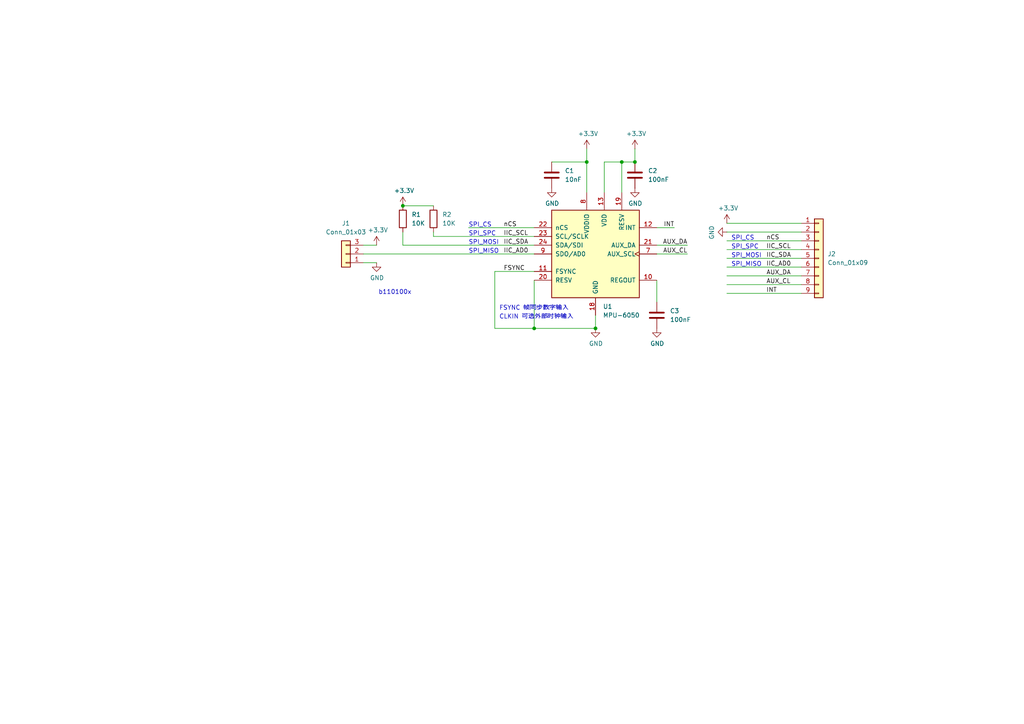
<source format=kicad_sch>
(kicad_sch
	(version 20250114)
	(generator "eeschema")
	(generator_version "9.0")
	(uuid "2df63883-4c1b-42e6-b3e7-ae745b4f00b6")
	(paper "A4")
	(lib_symbols
		(symbol "Connector_Generic:Conn_01x03"
			(pin_names
				(offset 1.016)
				(hide yes)
			)
			(exclude_from_sim no)
			(in_bom yes)
			(on_board yes)
			(property "Reference" "J"
				(at 0 5.08 0)
				(effects
					(font
						(size 1.27 1.27)
					)
				)
			)
			(property "Value" "Conn_01x03"
				(at 0 -5.08 0)
				(effects
					(font
						(size 1.27 1.27)
					)
				)
			)
			(property "Footprint" ""
				(at 0 0 0)
				(effects
					(font
						(size 1.27 1.27)
					)
					(hide yes)
				)
			)
			(property "Datasheet" "~"
				(at 0 0 0)
				(effects
					(font
						(size 1.27 1.27)
					)
					(hide yes)
				)
			)
			(property "Description" "Generic connector, single row, 01x03, script generated (kicad-library-utils/schlib/autogen/connector/)"
				(at 0 0 0)
				(effects
					(font
						(size 1.27 1.27)
					)
					(hide yes)
				)
			)
			(property "ki_keywords" "connector"
				(at 0 0 0)
				(effects
					(font
						(size 1.27 1.27)
					)
					(hide yes)
				)
			)
			(property "ki_fp_filters" "Connector*:*_1x??_*"
				(at 0 0 0)
				(effects
					(font
						(size 1.27 1.27)
					)
					(hide yes)
				)
			)
			(symbol "Conn_01x03_1_1"
				(rectangle
					(start -1.27 3.81)
					(end 1.27 -3.81)
					(stroke
						(width 0.254)
						(type default)
					)
					(fill
						(type background)
					)
				)
				(rectangle
					(start -1.27 2.667)
					(end 0 2.413)
					(stroke
						(width 0.1524)
						(type default)
					)
					(fill
						(type none)
					)
				)
				(rectangle
					(start -1.27 0.127)
					(end 0 -0.127)
					(stroke
						(width 0.1524)
						(type default)
					)
					(fill
						(type none)
					)
				)
				(rectangle
					(start -1.27 -2.413)
					(end 0 -2.667)
					(stroke
						(width 0.1524)
						(type default)
					)
					(fill
						(type none)
					)
				)
				(pin passive line
					(at -5.08 2.54 0)
					(length 3.81)
					(name "Pin_1"
						(effects
							(font
								(size 1.27 1.27)
							)
						)
					)
					(number "1"
						(effects
							(font
								(size 1.27 1.27)
							)
						)
					)
				)
				(pin passive line
					(at -5.08 0 0)
					(length 3.81)
					(name "Pin_2"
						(effects
							(font
								(size 1.27 1.27)
							)
						)
					)
					(number "2"
						(effects
							(font
								(size 1.27 1.27)
							)
						)
					)
				)
				(pin passive line
					(at -5.08 -2.54 0)
					(length 3.81)
					(name "Pin_3"
						(effects
							(font
								(size 1.27 1.27)
							)
						)
					)
					(number "3"
						(effects
							(font
								(size 1.27 1.27)
							)
						)
					)
				)
			)
			(embedded_fonts no)
		)
		(symbol "Connector_Generic:Conn_01x09"
			(pin_names
				(offset 1.016)
				(hide yes)
			)
			(exclude_from_sim no)
			(in_bom yes)
			(on_board yes)
			(property "Reference" "J"
				(at 0 12.7 0)
				(effects
					(font
						(size 1.27 1.27)
					)
				)
			)
			(property "Value" "Conn_01x09"
				(at 0 -12.7 0)
				(effects
					(font
						(size 1.27 1.27)
					)
				)
			)
			(property "Footprint" ""
				(at 0 0 0)
				(effects
					(font
						(size 1.27 1.27)
					)
					(hide yes)
				)
			)
			(property "Datasheet" "~"
				(at 0 0 0)
				(effects
					(font
						(size 1.27 1.27)
					)
					(hide yes)
				)
			)
			(property "Description" "Generic connector, single row, 01x09, script generated (kicad-library-utils/schlib/autogen/connector/)"
				(at 0 0 0)
				(effects
					(font
						(size 1.27 1.27)
					)
					(hide yes)
				)
			)
			(property "ki_keywords" "connector"
				(at 0 0 0)
				(effects
					(font
						(size 1.27 1.27)
					)
					(hide yes)
				)
			)
			(property "ki_fp_filters" "Connector*:*_1x??_*"
				(at 0 0 0)
				(effects
					(font
						(size 1.27 1.27)
					)
					(hide yes)
				)
			)
			(symbol "Conn_01x09_1_1"
				(rectangle
					(start -1.27 11.43)
					(end 1.27 -11.43)
					(stroke
						(width 0.254)
						(type default)
					)
					(fill
						(type background)
					)
				)
				(rectangle
					(start -1.27 10.287)
					(end 0 10.033)
					(stroke
						(width 0.1524)
						(type default)
					)
					(fill
						(type none)
					)
				)
				(rectangle
					(start -1.27 7.747)
					(end 0 7.493)
					(stroke
						(width 0.1524)
						(type default)
					)
					(fill
						(type none)
					)
				)
				(rectangle
					(start -1.27 5.207)
					(end 0 4.953)
					(stroke
						(width 0.1524)
						(type default)
					)
					(fill
						(type none)
					)
				)
				(rectangle
					(start -1.27 2.667)
					(end 0 2.413)
					(stroke
						(width 0.1524)
						(type default)
					)
					(fill
						(type none)
					)
				)
				(rectangle
					(start -1.27 0.127)
					(end 0 -0.127)
					(stroke
						(width 0.1524)
						(type default)
					)
					(fill
						(type none)
					)
				)
				(rectangle
					(start -1.27 -2.413)
					(end 0 -2.667)
					(stroke
						(width 0.1524)
						(type default)
					)
					(fill
						(type none)
					)
				)
				(rectangle
					(start -1.27 -4.953)
					(end 0 -5.207)
					(stroke
						(width 0.1524)
						(type default)
					)
					(fill
						(type none)
					)
				)
				(rectangle
					(start -1.27 -7.493)
					(end 0 -7.747)
					(stroke
						(width 0.1524)
						(type default)
					)
					(fill
						(type none)
					)
				)
				(rectangle
					(start -1.27 -10.033)
					(end 0 -10.287)
					(stroke
						(width 0.1524)
						(type default)
					)
					(fill
						(type none)
					)
				)
				(pin passive line
					(at -5.08 10.16 0)
					(length 3.81)
					(name "Pin_1"
						(effects
							(font
								(size 1.27 1.27)
							)
						)
					)
					(number "1"
						(effects
							(font
								(size 1.27 1.27)
							)
						)
					)
				)
				(pin passive line
					(at -5.08 7.62 0)
					(length 3.81)
					(name "Pin_2"
						(effects
							(font
								(size 1.27 1.27)
							)
						)
					)
					(number "2"
						(effects
							(font
								(size 1.27 1.27)
							)
						)
					)
				)
				(pin passive line
					(at -5.08 5.08 0)
					(length 3.81)
					(name "Pin_3"
						(effects
							(font
								(size 1.27 1.27)
							)
						)
					)
					(number "3"
						(effects
							(font
								(size 1.27 1.27)
							)
						)
					)
				)
				(pin passive line
					(at -5.08 2.54 0)
					(length 3.81)
					(name "Pin_4"
						(effects
							(font
								(size 1.27 1.27)
							)
						)
					)
					(number "4"
						(effects
							(font
								(size 1.27 1.27)
							)
						)
					)
				)
				(pin passive line
					(at -5.08 0 0)
					(length 3.81)
					(name "Pin_5"
						(effects
							(font
								(size 1.27 1.27)
							)
						)
					)
					(number "5"
						(effects
							(font
								(size 1.27 1.27)
							)
						)
					)
				)
				(pin passive line
					(at -5.08 -2.54 0)
					(length 3.81)
					(name "Pin_6"
						(effects
							(font
								(size 1.27 1.27)
							)
						)
					)
					(number "6"
						(effects
							(font
								(size 1.27 1.27)
							)
						)
					)
				)
				(pin passive line
					(at -5.08 -5.08 0)
					(length 3.81)
					(name "Pin_7"
						(effects
							(font
								(size 1.27 1.27)
							)
						)
					)
					(number "7"
						(effects
							(font
								(size 1.27 1.27)
							)
						)
					)
				)
				(pin passive line
					(at -5.08 -7.62 0)
					(length 3.81)
					(name "Pin_8"
						(effects
							(font
								(size 1.27 1.27)
							)
						)
					)
					(number "8"
						(effects
							(font
								(size 1.27 1.27)
							)
						)
					)
				)
				(pin passive line
					(at -5.08 -10.16 0)
					(length 3.81)
					(name "Pin_9"
						(effects
							(font
								(size 1.27 1.27)
							)
						)
					)
					(number "9"
						(effects
							(font
								(size 1.27 1.27)
							)
						)
					)
				)
			)
			(embedded_fonts no)
		)
		(symbol "Library:MPU-6500"
			(pin_names
				(offset 1.016)
			)
			(exclude_from_sim no)
			(in_bom yes)
			(on_board yes)
			(property "Reference" "U"
				(at -11.43 13.97 0)
				(effects
					(font
						(size 1.27 1.27)
					)
				)
			)
			(property "Value" "MPU-6050"
				(at 7.62 -13.97 0)
				(effects
					(font
						(size 1.27 1.27)
					)
				)
			)
			(property "Footprint" "Package_DFN_QFN:QFN-24-1EP_3x3mm_P0.4mm_EP1.75x1.6mm"
				(at 0 -20.32 0)
				(effects
					(font
						(size 1.27 1.27)
					)
					(hide yes)
				)
			)
			(property "Datasheet" "https://www.jlc-smt.com/lcsc/detail?componentCode=C24112"
				(at 0 -3.81 0)
				(effects
					(font
						(size 1.27 1.27)
					)
					(hide yes)
				)
			)
			(property "Description" "姿态传感器/陀螺仪"
				(at 0 0 0)
				(effects
					(font
						(size 1.27 1.27)
					)
					(hide yes)
				)
			)
			(property "ki_fp_filters" "QFN-24*4x4mm_Pitch0.5mm*"
				(at 0 0 0)
				(effects
					(font
						(size 1.27 1.27)
					)
					(hide yes)
				)
			)
			(symbol "MPU-6500_0_1"
				(rectangle
					(start -12.7 12.7)
					(end 12.7 -12.7)
					(stroke
						(width 0.254)
						(type solid)
					)
					(fill
						(type background)
					)
				)
			)
			(symbol "MPU-6500_1_1"
				(pin passive line
					(at -17.78 7.62 0)
					(length 5.08)
					(name "nCS"
						(effects
							(font
								(size 1.27 1.27)
							)
						)
					)
					(number "22"
						(effects
							(font
								(size 1.27 1.27)
							)
						)
					)
				)
				(pin input line
					(at -17.78 5.08 0)
					(length 5.08)
					(name "SCL/SCLK"
						(effects
							(font
								(size 1.27 1.27)
							)
						)
					)
					(number "23"
						(effects
							(font
								(size 1.27 1.27)
							)
						)
					)
				)
				(pin bidirectional line
					(at -17.78 2.54 0)
					(length 5.08)
					(name "SDA/SDI"
						(effects
							(font
								(size 1.27 1.27)
							)
						)
					)
					(number "24"
						(effects
							(font
								(size 1.27 1.27)
							)
						)
					)
				)
				(pin input line
					(at -17.78 0 0)
					(length 5.08)
					(name "SDO/AD0"
						(effects
							(font
								(size 1.27 1.27)
							)
						)
					)
					(number "9"
						(effects
							(font
								(size 1.27 1.27)
							)
						)
					)
				)
				(pin input line
					(at -17.78 -5.08 0)
					(length 5.08)
					(name "FSYNC"
						(effects
							(font
								(size 1.27 1.27)
							)
						)
					)
					(number "11"
						(effects
							(font
								(size 1.27 1.27)
							)
						)
					)
				)
				(pin passive line
					(at -17.78 -7.62 0)
					(length 5.08)
					(name "RESV"
						(effects
							(font
								(size 1.27 1.27)
							)
						)
					)
					(number "20"
						(effects
							(font
								(size 1.27 1.27)
							)
						)
					)
				)
				(pin passive line
					(at -2.54 17.78 270)
					(length 5.08)
					(name "VDDIO"
						(effects
							(font
								(size 1.27 1.27)
							)
						)
					)
					(number "8"
						(effects
							(font
								(size 1.27 1.27)
							)
						)
					)
				)
				(pin power_in line
					(at 0 -17.78 90)
					(length 5.08)
					(name "GND"
						(effects
							(font
								(size 1.27 1.27)
							)
						)
					)
					(number "18"
						(effects
							(font
								(size 1.27 1.27)
							)
						)
					)
				)
				(pin power_in line
					(at 0 -17.78 90)
					(length 5.08)
					(hide yes)
					(name "GND"
						(effects
							(font
								(size 1.27 1.27)
							)
						)
					)
					(number "25"
						(effects
							(font
								(size 1.27 1.27)
							)
						)
					)
				)
				(pin power_in line
					(at 2.54 17.78 270)
					(length 5.08)
					(name "VDD"
						(effects
							(font
								(size 1.27 1.27)
							)
						)
					)
					(number "13"
						(effects
							(font
								(size 1.27 1.27)
							)
						)
					)
				)
				(pin no_connect line
					(at 2.54 -5.08 0)
					(length 5.08)
					(hide yes)
					(name "NC"
						(effects
							(font
								(size 1.27 1.27)
							)
						)
					)
					(number "1"
						(effects
							(font
								(size 1.27 1.27)
							)
						)
					)
				)
				(pin no_connect line
					(at 2.54 -5.08 0)
					(length 5.08)
					(hide yes)
					(name "NC"
						(effects
							(font
								(size 1.27 1.27)
							)
						)
					)
					(number "14"
						(effects
							(font
								(size 1.27 1.27)
							)
						)
					)
				)
				(pin no_connect line
					(at 2.54 -5.08 0)
					(length 5.08)
					(hide yes)
					(name "NC"
						(effects
							(font
								(size 1.27 1.27)
							)
						)
					)
					(number "15"
						(effects
							(font
								(size 1.27 1.27)
							)
						)
					)
				)
				(pin no_connect line
					(at 2.54 -5.08 0)
					(length 5.08)
					(hide yes)
					(name "NC"
						(effects
							(font
								(size 1.27 1.27)
							)
						)
					)
					(number "16"
						(effects
							(font
								(size 1.27 1.27)
							)
						)
					)
				)
				(pin no_connect line
					(at 2.54 -5.08 0)
					(length 5.08)
					(hide yes)
					(name "NC"
						(effects
							(font
								(size 1.27 1.27)
							)
						)
					)
					(number "17"
						(effects
							(font
								(size 1.27 1.27)
							)
						)
					)
				)
				(pin no_connect line
					(at 2.54 -5.08 0)
					(length 5.08)
					(hide yes)
					(name "NC"
						(effects
							(font
								(size 1.27 1.27)
							)
						)
					)
					(number "2"
						(effects
							(font
								(size 1.27 1.27)
							)
						)
					)
				)
				(pin no_connect line
					(at 2.54 -5.08 0)
					(length 5.08)
					(hide yes)
					(name "NC"
						(effects
							(font
								(size 1.27 1.27)
							)
						)
					)
					(number "3"
						(effects
							(font
								(size 1.27 1.27)
							)
						)
					)
				)
				(pin no_connect line
					(at 2.54 -5.08 0)
					(length 5.08)
					(hide yes)
					(name "NC"
						(effects
							(font
								(size 1.27 1.27)
							)
						)
					)
					(number "4"
						(effects
							(font
								(size 1.27 1.27)
							)
						)
					)
				)
				(pin no_connect line
					(at 2.54 -5.08 0)
					(length 5.08)
					(hide yes)
					(name "NC"
						(effects
							(font
								(size 1.27 1.27)
							)
						)
					)
					(number "5"
						(effects
							(font
								(size 1.27 1.27)
							)
						)
					)
				)
				(pin no_connect line
					(at 2.54 -5.08 0)
					(length 5.08)
					(hide yes)
					(name "NC"
						(effects
							(font
								(size 1.27 1.27)
							)
						)
					)
					(number "6"
						(effects
							(font
								(size 1.27 1.27)
							)
						)
					)
				)
				(pin passive line
					(at 7.62 17.78 270)
					(length 5.08)
					(name "RESV"
						(effects
							(font
								(size 1.27 1.27)
							)
						)
					)
					(number "19"
						(effects
							(font
								(size 1.27 1.27)
							)
						)
					)
				)
				(pin output line
					(at 17.78 7.62 180)
					(length 5.08)
					(name "INT"
						(effects
							(font
								(size 1.27 1.27)
							)
						)
					)
					(number "12"
						(effects
							(font
								(size 1.27 1.27)
							)
						)
					)
				)
				(pin passive line
					(at 17.78 2.54 180)
					(length 5.08)
					(name "AUX_DA"
						(effects
							(font
								(size 1.27 1.27)
							)
						)
					)
					(number "21"
						(effects
							(font
								(size 1.27 1.27)
							)
						)
					)
				)
				(pin output clock
					(at 17.78 0 180)
					(length 5.08)
					(name "AUX_SCL"
						(effects
							(font
								(size 1.27 1.27)
							)
						)
					)
					(number "7"
						(effects
							(font
								(size 1.27 1.27)
							)
						)
					)
				)
				(pin passive line
					(at 17.78 -7.62 180)
					(length 5.08)
					(name "REGOUT"
						(effects
							(font
								(size 1.27 1.27)
							)
						)
					)
					(number "10"
						(effects
							(font
								(size 1.27 1.27)
							)
						)
					)
				)
			)
			(embedded_fonts no)
		)
		(symbol "PCM_Capacitor_AKL:C_1206"
			(pin_numbers
				(hide yes)
			)
			(pin_names
				(offset 0.254)
			)
			(exclude_from_sim no)
			(in_bom yes)
			(on_board yes)
			(property "Reference" "C"
				(at 0.635 2.54 0)
				(effects
					(font
						(size 1.27 1.27)
					)
					(justify left)
				)
			)
			(property "Value" "C_1206"
				(at 0.635 -2.54 0)
				(effects
					(font
						(size 1.27 1.27)
					)
					(justify left)
				)
			)
			(property "Footprint" "PCM_Capacitor_SMD_AKL:C_1206_3216Metric"
				(at 0.9652 -3.81 0)
				(effects
					(font
						(size 1.27 1.27)
					)
					(hide yes)
				)
			)
			(property "Datasheet" "~"
				(at 0 0 0)
				(effects
					(font
						(size 1.27 1.27)
					)
					(hide yes)
				)
			)
			(property "Description" "SMD 1206 MLCC capacitor, Alternate KiCad Library"
				(at 0 0 0)
				(effects
					(font
						(size 1.27 1.27)
					)
					(hide yes)
				)
			)
			(property "ki_keywords" "cap capacitor ceramic chip mlcc smd 1206"
				(at 0 0 0)
				(effects
					(font
						(size 1.27 1.27)
					)
					(hide yes)
				)
			)
			(property "ki_fp_filters" "C_*"
				(at 0 0 0)
				(effects
					(font
						(size 1.27 1.27)
					)
					(hide yes)
				)
			)
			(symbol "C_1206_0_1"
				(polyline
					(pts
						(xy -2.032 0.762) (xy 2.032 0.762)
					)
					(stroke
						(width 0.508)
						(type default)
					)
					(fill
						(type none)
					)
				)
				(polyline
					(pts
						(xy -2.032 -0.762) (xy 2.032 -0.762)
					)
					(stroke
						(width 0.508)
						(type default)
					)
					(fill
						(type none)
					)
				)
			)
			(symbol "C_1206_0_2"
				(polyline
					(pts
						(xy -2.54 -2.54) (xy -0.381 -0.381)
					)
					(stroke
						(width 0)
						(type default)
					)
					(fill
						(type none)
					)
				)
				(polyline
					(pts
						(xy -0.508 -0.508) (xy -1.651 0.635)
					)
					(stroke
						(width 0.508)
						(type default)
					)
					(fill
						(type none)
					)
				)
				(polyline
					(pts
						(xy -0.508 -0.508) (xy 0.635 -1.651)
					)
					(stroke
						(width 0.508)
						(type default)
					)
					(fill
						(type none)
					)
				)
				(polyline
					(pts
						(xy 0.381 0.381) (xy 2.54 2.54)
					)
					(stroke
						(width 0)
						(type default)
					)
					(fill
						(type none)
					)
				)
				(polyline
					(pts
						(xy 0.508 0.508) (xy -0.635 1.651)
					)
					(stroke
						(width 0.508)
						(type default)
					)
					(fill
						(type none)
					)
				)
				(polyline
					(pts
						(xy 0.508 0.508) (xy 1.651 -0.635)
					)
					(stroke
						(width 0.508)
						(type default)
					)
					(fill
						(type none)
					)
				)
			)
			(symbol "C_1206_1_1"
				(pin passive line
					(at 0 3.81 270)
					(length 2.794)
					(name "~"
						(effects
							(font
								(size 1.27 1.27)
							)
						)
					)
					(number "1"
						(effects
							(font
								(size 1.27 1.27)
							)
						)
					)
				)
				(pin passive line
					(at 0 -3.81 90)
					(length 2.794)
					(name "~"
						(effects
							(font
								(size 1.27 1.27)
							)
						)
					)
					(number "2"
						(effects
							(font
								(size 1.27 1.27)
							)
						)
					)
				)
			)
			(symbol "C_1206_1_2"
				(pin passive line
					(at -2.54 -2.54 90)
					(length 0)
					(name "~"
						(effects
							(font
								(size 1.27 1.27)
							)
						)
					)
					(number "2"
						(effects
							(font
								(size 1.27 1.27)
							)
						)
					)
				)
				(pin passive line
					(at 2.54 2.54 270)
					(length 0)
					(name "~"
						(effects
							(font
								(size 1.27 1.27)
							)
						)
					)
					(number "1"
						(effects
							(font
								(size 1.27 1.27)
							)
						)
					)
				)
			)
			(embedded_fonts no)
		)
		(symbol "PCM_Resistor_AKL:R_1206"
			(pin_numbers
				(hide yes)
			)
			(pin_names
				(offset 0)
			)
			(exclude_from_sim no)
			(in_bom yes)
			(on_board yes)
			(property "Reference" "R"
				(at 2.54 1.27 0)
				(effects
					(font
						(size 1.27 1.27)
					)
					(justify left)
				)
			)
			(property "Value" "R_1206"
				(at 2.54 -1.27 0)
				(effects
					(font
						(size 1.27 1.27)
					)
					(justify left)
				)
			)
			(property "Footprint" "PCM_Resistor_SMD_AKL:R_1206_3216Metric"
				(at 0 -11.43 0)
				(effects
					(font
						(size 1.27 1.27)
					)
					(hide yes)
				)
			)
			(property "Datasheet" "~"
				(at 0 0 0)
				(effects
					(font
						(size 1.27 1.27)
					)
					(hide yes)
				)
			)
			(property "Description" "SMD 1206 Chip Resistor, European Symbol, Alternate KiCad Library"
				(at 0 0 0)
				(effects
					(font
						(size 1.27 1.27)
					)
					(hide yes)
				)
			)
			(property "ki_keywords" "R res resistor eu  smd 1206"
				(at 0 0 0)
				(effects
					(font
						(size 1.27 1.27)
					)
					(hide yes)
				)
			)
			(property "ki_fp_filters" "R_*"
				(at 0 0 0)
				(effects
					(font
						(size 1.27 1.27)
					)
					(hide yes)
				)
			)
			(symbol "R_1206_0_1"
				(rectangle
					(start -1.016 2.54)
					(end 1.016 -2.54)
					(stroke
						(width 0.254)
						(type default)
					)
					(fill
						(type none)
					)
				)
			)
			(symbol "R_1206_0_2"
				(polyline
					(pts
						(xy -2.54 -2.54) (xy -1.524 -1.524)
					)
					(stroke
						(width 0)
						(type default)
					)
					(fill
						(type none)
					)
				)
				(polyline
					(pts
						(xy 1.524 1.524) (xy 2.54 2.54)
					)
					(stroke
						(width 0)
						(type default)
					)
					(fill
						(type none)
					)
				)
				(polyline
					(pts
						(xy 1.524 1.524) (xy 0.889 2.159) (xy -2.159 -0.889) (xy -0.889 -2.159) (xy 2.159 0.889) (xy 1.524 1.524)
					)
					(stroke
						(width 0.254)
						(type default)
					)
					(fill
						(type none)
					)
				)
			)
			(symbol "R_1206_1_1"
				(pin passive line
					(at 0 3.81 270)
					(length 1.27)
					(name "~"
						(effects
							(font
								(size 1.27 1.27)
							)
						)
					)
					(number "1"
						(effects
							(font
								(size 1.27 1.27)
							)
						)
					)
				)
				(pin passive line
					(at 0 -3.81 90)
					(length 1.27)
					(name "~"
						(effects
							(font
								(size 1.27 1.27)
							)
						)
					)
					(number "2"
						(effects
							(font
								(size 1.27 1.27)
							)
						)
					)
				)
			)
			(symbol "R_1206_1_2"
				(pin passive line
					(at -2.54 -2.54 0)
					(length 0)
					(name ""
						(effects
							(font
								(size 1.27 1.27)
							)
						)
					)
					(number "2"
						(effects
							(font
								(size 1.27 1.27)
							)
						)
					)
				)
				(pin passive line
					(at 2.54 2.54 180)
					(length 0)
					(name ""
						(effects
							(font
								(size 1.27 1.27)
							)
						)
					)
					(number "1"
						(effects
							(font
								(size 1.27 1.27)
							)
						)
					)
				)
			)
			(embedded_fonts no)
		)
		(symbol "power:+3.3V"
			(power)
			(pin_numbers
				(hide yes)
			)
			(pin_names
				(offset 0)
				(hide yes)
			)
			(exclude_from_sim no)
			(in_bom yes)
			(on_board yes)
			(property "Reference" "#PWR"
				(at 0 -3.81 0)
				(effects
					(font
						(size 1.27 1.27)
					)
					(hide yes)
				)
			)
			(property "Value" "+3.3V"
				(at 0 3.556 0)
				(effects
					(font
						(size 1.27 1.27)
					)
				)
			)
			(property "Footprint" ""
				(at 0 0 0)
				(effects
					(font
						(size 1.27 1.27)
					)
					(hide yes)
				)
			)
			(property "Datasheet" ""
				(at 0 0 0)
				(effects
					(font
						(size 1.27 1.27)
					)
					(hide yes)
				)
			)
			(property "Description" "Power symbol creates a global label with name \"+3.3V\""
				(at 0 0 0)
				(effects
					(font
						(size 1.27 1.27)
					)
					(hide yes)
				)
			)
			(property "ki_keywords" "global power"
				(at 0 0 0)
				(effects
					(font
						(size 1.27 1.27)
					)
					(hide yes)
				)
			)
			(symbol "+3.3V_0_1"
				(polyline
					(pts
						(xy -0.762 1.27) (xy 0 2.54)
					)
					(stroke
						(width 0)
						(type default)
					)
					(fill
						(type none)
					)
				)
				(polyline
					(pts
						(xy 0 2.54) (xy 0.762 1.27)
					)
					(stroke
						(width 0)
						(type default)
					)
					(fill
						(type none)
					)
				)
				(polyline
					(pts
						(xy 0 0) (xy 0 2.54)
					)
					(stroke
						(width 0)
						(type default)
					)
					(fill
						(type none)
					)
				)
			)
			(symbol "+3.3V_1_1"
				(pin power_in line
					(at 0 0 90)
					(length 0)
					(name "~"
						(effects
							(font
								(size 1.27 1.27)
							)
						)
					)
					(number "1"
						(effects
							(font
								(size 1.27 1.27)
							)
						)
					)
				)
			)
			(embedded_fonts no)
		)
		(symbol "power:GND"
			(power)
			(pin_numbers
				(hide yes)
			)
			(pin_names
				(offset 0)
				(hide yes)
			)
			(exclude_from_sim no)
			(in_bom yes)
			(on_board yes)
			(property "Reference" "#PWR"
				(at 0 -6.35 0)
				(effects
					(font
						(size 1.27 1.27)
					)
					(hide yes)
				)
			)
			(property "Value" "GND"
				(at 0 -3.81 0)
				(effects
					(font
						(size 1.27 1.27)
					)
				)
			)
			(property "Footprint" ""
				(at 0 0 0)
				(effects
					(font
						(size 1.27 1.27)
					)
					(hide yes)
				)
			)
			(property "Datasheet" ""
				(at 0 0 0)
				(effects
					(font
						(size 1.27 1.27)
					)
					(hide yes)
				)
			)
			(property "Description" "Power symbol creates a global label with name \"GND\" , ground"
				(at 0 0 0)
				(effects
					(font
						(size 1.27 1.27)
					)
					(hide yes)
				)
			)
			(property "ki_keywords" "global power"
				(at 0 0 0)
				(effects
					(font
						(size 1.27 1.27)
					)
					(hide yes)
				)
			)
			(symbol "GND_0_1"
				(polyline
					(pts
						(xy 0 0) (xy 0 -1.27) (xy 1.27 -1.27) (xy 0 -2.54) (xy -1.27 -1.27) (xy 0 -1.27)
					)
					(stroke
						(width 0)
						(type default)
					)
					(fill
						(type none)
					)
				)
			)
			(symbol "GND_1_1"
				(pin power_in line
					(at 0 0 270)
					(length 0)
					(name "~"
						(effects
							(font
								(size 1.27 1.27)
							)
						)
					)
					(number "1"
						(effects
							(font
								(size 1.27 1.27)
							)
						)
					)
				)
			)
			(embedded_fonts no)
		)
	)
	(text "SPI_MOSI"
		(exclude_from_sim no)
		(at 212.09 74.93 0)
		(effects
			(font
				(size 1.27 1.27)
			)
			(justify left bottom)
		)
		(uuid "144993e0-2b64-4f4f-9384-e47ab2bf7799")
	)
	(text "b110100x"
		(exclude_from_sim no)
		(at 114.554 84.836 0)
		(effects
			(font
				(size 1.27 1.27)
			)
		)
		(uuid "1c8a39e4-41ee-4a8d-bae5-e8cb24d2d9e6")
	)
	(text "SPI_MISO"
		(exclude_from_sim no)
		(at 135.89 73.66 0)
		(effects
			(font
				(size 1.27 1.27)
			)
			(justify left bottom)
		)
		(uuid "2539dc3b-64bb-4411-a82e-3a41c8771233")
	)
	(text "SPI_CS"
		(exclude_from_sim no)
		(at 135.89 66.04 0)
		(effects
			(font
				(size 1.27 1.27)
			)
			(justify left bottom)
		)
		(uuid "4463e414-50bc-45ec-b36e-8556e9ec0cb3")
	)
	(text "SPI_MOSI"
		(exclude_from_sim no)
		(at 135.89 71.12 0)
		(effects
			(font
				(size 1.27 1.27)
			)
			(justify left bottom)
		)
		(uuid "6cd5d035-78d9-4d7a-b86e-c1e536e060fd")
	)
	(text "SPI_CS"
		(exclude_from_sim no)
		(at 212.09 69.85 0)
		(effects
			(font
				(size 1.27 1.27)
			)
			(justify left bottom)
		)
		(uuid "7600df85-4406-49a8-88f3-c0aedfddebf5")
	)
	(text "CLKIN 可选外部时钟输入"
		(exclude_from_sim no)
		(at 144.78 92.71 0)
		(effects
			(font
				(size 1.27 1.27)
			)
			(justify left bottom)
		)
		(uuid "9f86657f-7ca1-43e7-b7e4-3d33c2d7f823")
	)
	(text "SPI_SPC"
		(exclude_from_sim no)
		(at 135.89 68.58 0)
		(effects
			(font
				(size 1.27 1.27)
			)
			(justify left bottom)
		)
		(uuid "ad11a6bf-c246-4c1b-8c98-d6b6081ba69d")
	)
	(text "FSYNC 帧同步数字输入"
		(exclude_from_sim no)
		(at 144.78 90.17 0)
		(effects
			(font
				(size 1.27 1.27)
			)
			(justify left bottom)
		)
		(uuid "c0d0e1d3-6a76-4077-a213-c8c661c20729")
	)
	(text "SPI_MISO"
		(exclude_from_sim no)
		(at 212.09 77.47 0)
		(effects
			(font
				(size 1.27 1.27)
			)
			(justify left bottom)
		)
		(uuid "d01e327e-aa02-4354-82cb-4dd3aad81f40")
	)
	(text "SPI_SPC"
		(exclude_from_sim no)
		(at 212.09 72.39 0)
		(effects
			(font
				(size 1.27 1.27)
			)
			(justify left bottom)
		)
		(uuid "e468a97b-cb03-4a23-9eff-6193d04c962c")
	)
	(junction
		(at 170.18 46.99)
		(diameter 0)
		(color 0 0 0 0)
		(uuid "1b1034c4-4280-471f-8a1f-7937e6303010")
	)
	(junction
		(at 154.94 95.25)
		(diameter 0)
		(color 0 0 0 0)
		(uuid "3e65b388-2292-4713-872c-60586573a2c5")
	)
	(junction
		(at 180.34 46.99)
		(diameter 0)
		(color 0 0 0 0)
		(uuid "5fda7f0d-ca11-4f51-8860-877181831995")
	)
	(junction
		(at 172.72 95.25)
		(diameter 0)
		(color 0 0 0 0)
		(uuid "d4267ea0-5b7c-4aac-beb4-fb84f2ca7af7")
	)
	(junction
		(at 116.84 59.69)
		(diameter 0)
		(color 0 0 0 0)
		(uuid "d5a33e64-0fab-4aae-8e06-2d905bd384e0")
	)
	(junction
		(at 184.15 46.99)
		(diameter 0)
		(color 0 0 0 0)
		(uuid "da91e387-c6db-4eda-8085-949c6e8b5a4d")
	)
	(wire
		(pts
			(xy 143.51 78.74) (xy 154.94 78.74)
		)
		(stroke
			(width 0)
			(type default)
		)
		(uuid "05784518-6ad8-4abc-8fec-737e2a2441ff")
	)
	(wire
		(pts
			(xy 175.26 55.88) (xy 175.26 46.99)
		)
		(stroke
			(width 0)
			(type default)
		)
		(uuid "0693cd45-4c58-4ee3-a333-144c43c36208")
	)
	(wire
		(pts
			(xy 210.82 64.77) (xy 232.41 64.77)
		)
		(stroke
			(width 0)
			(type default)
		)
		(uuid "070fd704-3754-48a5-bc9e-47ea141dbdb7")
	)
	(wire
		(pts
			(xy 105.41 76.2) (xy 109.22 76.2)
		)
		(stroke
			(width 0)
			(type default)
		)
		(uuid "0bf30be4-eef7-4e7e-83c2-abbbb6390965")
	)
	(wire
		(pts
			(xy 190.5 73.66) (xy 199.39 73.66)
		)
		(stroke
			(width 0)
			(type default)
		)
		(uuid "0eb41f46-97d7-4adb-961d-6db8758f1fd7")
	)
	(wire
		(pts
			(xy 172.72 91.44) (xy 172.72 95.25)
		)
		(stroke
			(width 0)
			(type default)
		)
		(uuid "1a0cb6f8-c7e1-42b1-b86d-897665c341b1")
	)
	(wire
		(pts
			(xy 190.5 71.12) (xy 199.39 71.12)
		)
		(stroke
			(width 0)
			(type default)
		)
		(uuid "1d8cc4a4-3e16-4074-843a-e899db5c8ea7")
	)
	(wire
		(pts
			(xy 210.82 85.09) (xy 232.41 85.09)
		)
		(stroke
			(width 0)
			(type default)
		)
		(uuid "1dc3f045-3abb-4d8f-b24c-7131de007c9c")
	)
	(wire
		(pts
			(xy 184.15 43.18) (xy 184.15 46.99)
		)
		(stroke
			(width 0)
			(type default)
		)
		(uuid "1e950c3e-5c7b-4781-bb00-cad1bed50b81")
	)
	(wire
		(pts
			(xy 125.73 68.58) (xy 154.94 68.58)
		)
		(stroke
			(width 0)
			(type default)
		)
		(uuid "366939fa-c250-4d8f-b24a-b4a31ddf31bd")
	)
	(wire
		(pts
			(xy 135.89 66.04) (xy 154.94 66.04)
		)
		(stroke
			(width 0)
			(type default)
		)
		(uuid "38ab9708-90f5-4698-92b4-d1256cceb8ea")
	)
	(wire
		(pts
			(xy 210.82 77.47) (xy 232.41 77.47)
		)
		(stroke
			(width 0)
			(type default)
		)
		(uuid "3f3fc21f-ad3b-479f-a15c-779d63328a31")
	)
	(wire
		(pts
			(xy 105.41 71.12) (xy 109.22 71.12)
		)
		(stroke
			(width 0)
			(type default)
		)
		(uuid "40fe17d2-123c-4134-97b6-3d4b8103e2e2")
	)
	(wire
		(pts
			(xy 180.34 46.99) (xy 184.15 46.99)
		)
		(stroke
			(width 0)
			(type default)
		)
		(uuid "48ed5dbe-972c-46ca-a3f5-d4e5c77de0e5")
	)
	(wire
		(pts
			(xy 190.5 66.04) (xy 195.58 66.04)
		)
		(stroke
			(width 0)
			(type default)
		)
		(uuid "4f43e00c-c8d3-441d-9ca6-f467c235fd9e")
	)
	(wire
		(pts
			(xy 210.82 74.93) (xy 232.41 74.93)
		)
		(stroke
			(width 0)
			(type default)
		)
		(uuid "62f58e4b-2f94-45d1-8ecf-d2d78295414b")
	)
	(wire
		(pts
			(xy 154.94 81.28) (xy 154.94 95.25)
		)
		(stroke
			(width 0)
			(type default)
		)
		(uuid "6861d6bf-25f3-4a94-8ac2-fcc1ef92571f")
	)
	(wire
		(pts
			(xy 210.82 80.01) (xy 232.41 80.01)
		)
		(stroke
			(width 0)
			(type default)
		)
		(uuid "746b3cdd-12cc-4233-9312-16129fa0e474")
	)
	(wire
		(pts
			(xy 170.18 43.18) (xy 170.18 46.99)
		)
		(stroke
			(width 0)
			(type default)
		)
		(uuid "76ee8c41-b4d2-4ac9-bec5-05036f75b08f")
	)
	(wire
		(pts
			(xy 116.84 71.12) (xy 154.94 71.12)
		)
		(stroke
			(width 0)
			(type default)
		)
		(uuid "7c162eb7-e428-4ed9-9c1e-96cd5fea28ee")
	)
	(wire
		(pts
			(xy 190.5 87.63) (xy 190.5 81.28)
		)
		(stroke
			(width 0)
			(type default)
		)
		(uuid "85c803bf-88c2-4ea2-93fe-cb16a4cd3394")
	)
	(wire
		(pts
			(xy 160.02 46.99) (xy 170.18 46.99)
		)
		(stroke
			(width 0)
			(type default)
		)
		(uuid "92680c2f-6853-46a2-a93f-3d5f18e4fe32")
	)
	(wire
		(pts
			(xy 210.82 72.39) (xy 232.41 72.39)
		)
		(stroke
			(width 0)
			(type default)
		)
		(uuid "a9d7d35c-0206-4623-a466-a74bf9ee2367")
	)
	(wire
		(pts
			(xy 116.84 59.69) (xy 125.73 59.69)
		)
		(stroke
			(width 0)
			(type default)
		)
		(uuid "af068b33-1639-43f8-a7f3-0ca9c73a9e26")
	)
	(wire
		(pts
			(xy 210.82 69.85) (xy 232.41 69.85)
		)
		(stroke
			(width 0)
			(type default)
		)
		(uuid "bcb97703-2db9-4896-b00c-ecf9017bad1b")
	)
	(wire
		(pts
			(xy 175.26 46.99) (xy 180.34 46.99)
		)
		(stroke
			(width 0)
			(type default)
		)
		(uuid "c0364df7-f3af-47f6-9c43-dc474f7ea703")
	)
	(wire
		(pts
			(xy 116.84 71.12) (xy 116.84 67.31)
		)
		(stroke
			(width 0)
			(type default)
		)
		(uuid "c39bbcff-2f6b-4e6b-b80c-a7993ed8cade")
	)
	(wire
		(pts
			(xy 170.18 46.99) (xy 170.18 55.88)
		)
		(stroke
			(width 0)
			(type default)
		)
		(uuid "c406f85d-ee29-4be4-a6e0-ebdd7b9f5e25")
	)
	(wire
		(pts
			(xy 105.41 73.66) (xy 154.94 73.66)
		)
		(stroke
			(width 0)
			(type default)
		)
		(uuid "c7c4e731-5dde-4b61-a0bf-dba096cf2157")
	)
	(wire
		(pts
			(xy 154.94 95.25) (xy 172.72 95.25)
		)
		(stroke
			(width 0)
			(type default)
		)
		(uuid "c8604f93-b62b-4113-9bc9-b6901b3f53f6")
	)
	(wire
		(pts
			(xy 143.51 78.74) (xy 143.51 95.25)
		)
		(stroke
			(width 0)
			(type default)
		)
		(uuid "c8c3eac4-89c8-45a7-b39f-8239274e7edd")
	)
	(wire
		(pts
			(xy 210.82 67.31) (xy 232.41 67.31)
		)
		(stroke
			(width 0)
			(type default)
		)
		(uuid "d82daa02-9a67-4bfd-b6ae-deb81be82caa")
	)
	(wire
		(pts
			(xy 143.51 95.25) (xy 154.94 95.25)
		)
		(stroke
			(width 0)
			(type default)
		)
		(uuid "d8f579d1-2aa3-40d4-b22a-b8a6893d7aff")
	)
	(wire
		(pts
			(xy 125.73 67.31) (xy 125.73 68.58)
		)
		(stroke
			(width 0)
			(type default)
		)
		(uuid "dc910b97-1f45-47ee-ab3e-48598f8d878a")
	)
	(wire
		(pts
			(xy 210.82 82.55) (xy 232.41 82.55)
		)
		(stroke
			(width 0)
			(type default)
		)
		(uuid "e522ed3e-b753-46e5-a7b9-23912db90427")
	)
	(wire
		(pts
			(xy 180.34 46.99) (xy 180.34 55.88)
		)
		(stroke
			(width 0)
			(type default)
		)
		(uuid "f6090446-849c-4b90-b6e6-d2bef18ccd08")
	)
	(label "IIC_AD0"
		(at 146.05 73.66 0)
		(effects
			(font
				(size 1.27 1.27)
			)
			(justify left bottom)
		)
		(uuid "03645a7f-db58-4cbc-8d08-cc155ac6a666")
	)
	(label "INT"
		(at 222.25 85.09 0)
		(effects
			(font
				(size 1.27 1.27)
			)
			(justify left bottom)
		)
		(uuid "046f16d8-0b66-414b-8c05-18a2bb166e3f")
	)
	(label "IIC_SDA"
		(at 222.25 74.93 0)
		(effects
			(font
				(size 1.27 1.27)
			)
			(justify left bottom)
		)
		(uuid "0dd0d2d9-29be-4d2a-871a-9b1798906771")
	)
	(label "nCS"
		(at 222.25 69.85 0)
		(effects
			(font
				(size 1.27 1.27)
			)
			(justify left bottom)
		)
		(uuid "1c0b0700-44ee-4369-90b7-2ac6add8d300")
	)
	(label "IIC_AD0"
		(at 222.25 77.47 0)
		(effects
			(font
				(size 1.27 1.27)
			)
			(justify left bottom)
		)
		(uuid "2e2ffcd5-9aee-44f9-8220-12352a7c5862")
	)
	(label "AUX_CL"
		(at 222.25 82.55 0)
		(effects
			(font
				(size 1.27 1.27)
			)
			(justify left bottom)
		)
		(uuid "393886ef-c973-49a4-82a9-5d1cabe768ec")
	)
	(label "IIC_SDA"
		(at 146.05 71.12 0)
		(effects
			(font
				(size 1.27 1.27)
			)
			(justify left bottom)
		)
		(uuid "966bfe20-9999-4149-bea3-25327313dd26")
	)
	(label "INT"
		(at 195.58 66.04 180)
		(effects
			(font
				(size 1.27 1.27)
			)
			(justify right bottom)
		)
		(uuid "9a12f99f-37bb-4f73-8177-975535542265")
	)
	(label "AUX_DA"
		(at 222.25 80.01 0)
		(effects
			(font
				(size 1.27 1.27)
			)
			(justify left bottom)
		)
		(uuid "b3d73ef1-d8a8-48b7-8ba6-76fcbfbcc62c")
	)
	(label "AUX_CL"
		(at 199.39 73.66 180)
		(effects
			(font
				(size 1.27 1.27)
			)
			(justify right bottom)
		)
		(uuid "b99507e1-504f-406c-bdcd-26453fea108f")
	)
	(label "IIC_SCL"
		(at 222.25 72.39 0)
		(effects
			(font
				(size 1.27 1.27)
			)
			(justify left bottom)
		)
		(uuid "c1389e07-7f5f-419b-b6a8-b6e8bcf8c41a")
	)
	(label "AUX_DA"
		(at 199.39 71.12 180)
		(effects
			(font
				(size 1.27 1.27)
			)
			(justify right bottom)
		)
		(uuid "deddfea9-7eed-4dff-9be0-0f78d1d5a6f8")
	)
	(label "FSYNC"
		(at 146.05 78.74 0)
		(effects
			(font
				(size 1.27 1.27)
			)
			(justify left bottom)
		)
		(uuid "f01019a1-3175-470d-842e-cc2ceffd9046")
	)
	(label "nCS"
		(at 146.05 66.04 0)
		(effects
			(font
				(size 1.27 1.27)
			)
			(justify left bottom)
		)
		(uuid "f474a86f-eba0-4365-b0e4-c4020bbd1735")
	)
	(label "IIC_SCL"
		(at 146.05 68.58 0)
		(effects
			(font
				(size 1.27 1.27)
			)
			(justify left bottom)
		)
		(uuid "ff1f23de-5356-4e07-8f69-18f757e40cac")
	)
	(symbol
		(lib_id "power:+3.3V")
		(at 116.84 59.69 0)
		(unit 1)
		(exclude_from_sim no)
		(in_bom yes)
		(on_board yes)
		(dnp no)
		(uuid "00000000-0000-0000-0000-000061587155")
		(property "Reference" "#PWR03"
			(at 116.84 63.5 0)
			(effects
				(font
					(size 1.27 1.27)
				)
				(hide yes)
			)
		)
		(property "Value" "+3.3V"
			(at 117.221 55.2958 0)
			(effects
				(font
					(size 1.27 1.27)
				)
			)
		)
		(property "Footprint" ""
			(at 116.84 59.69 0)
			(effects
				(font
					(size 1.27 1.27)
				)
				(hide yes)
			)
		)
		(property "Datasheet" ""
			(at 116.84 59.69 0)
			(effects
				(font
					(size 1.27 1.27)
				)
				(hide yes)
			)
		)
		(property "Description" "Power symbol creates a global label with name \"+3.3V\""
			(at 116.84 59.69 0)
			(effects
				(font
					(size 1.27 1.27)
				)
				(hide yes)
			)
		)
		(pin "1"
			(uuid "691f8174-fc96-400a-a5c6-239308c27289")
		)
		(instances
			(project "MPU6500"
				(path "/2df63883-4c1b-42e6-b3e7-ae745b4f00b6"
					(reference "#PWR03")
					(unit 1)
				)
			)
		)
	)
	(symbol
		(lib_id "power:+3.3V")
		(at 170.18 43.18 0)
		(unit 1)
		(exclude_from_sim no)
		(in_bom yes)
		(on_board yes)
		(dnp no)
		(uuid "00000000-0000-0000-0000-0000615973c3")
		(property "Reference" "#PWR05"
			(at 170.18 46.99 0)
			(effects
				(font
					(size 1.27 1.27)
				)
				(hide yes)
			)
		)
		(property "Value" "+3.3V"
			(at 170.561 38.7858 0)
			(effects
				(font
					(size 1.27 1.27)
				)
			)
		)
		(property "Footprint" ""
			(at 170.18 43.18 0)
			(effects
				(font
					(size 1.27 1.27)
				)
				(hide yes)
			)
		)
		(property "Datasheet" ""
			(at 170.18 43.18 0)
			(effects
				(font
					(size 1.27 1.27)
				)
				(hide yes)
			)
		)
		(property "Description" "Power symbol creates a global label with name \"+3.3V\""
			(at 170.18 43.18 0)
			(effects
				(font
					(size 1.27 1.27)
				)
				(hide yes)
			)
		)
		(pin "1"
			(uuid "133d7729-4a44-44aa-952a-f0ee8e76c43b")
		)
		(instances
			(project ""
				(path "/2df63883-4c1b-42e6-b3e7-ae745b4f00b6"
					(reference "#PWR05")
					(unit 1)
				)
			)
		)
	)
	(symbol
		(lib_id "power:GND")
		(at 172.72 95.25 0)
		(unit 1)
		(exclude_from_sim no)
		(in_bom yes)
		(on_board yes)
		(dnp no)
		(uuid "00000000-0000-0000-0000-0000615a4676")
		(property "Reference" "#PWR06"
			(at 172.72 101.6 0)
			(effects
				(font
					(size 1.27 1.27)
				)
				(hide yes)
			)
		)
		(property "Value" "GND"
			(at 172.847 99.6442 0)
			(effects
				(font
					(size 1.27 1.27)
				)
			)
		)
		(property "Footprint" ""
			(at 172.72 95.25 0)
			(effects
				(font
					(size 1.27 1.27)
				)
				(hide yes)
			)
		)
		(property "Datasheet" ""
			(at 172.72 95.25 0)
			(effects
				(font
					(size 1.27 1.27)
				)
				(hide yes)
			)
		)
		(property "Description" "Power symbol creates a global label with name \"GND\" , ground"
			(at 172.72 95.25 0)
			(effects
				(font
					(size 1.27 1.27)
				)
				(hide yes)
			)
		)
		(pin "1"
			(uuid "fb7222da-7867-41c1-a0d2-9b9c36f34eb2")
		)
		(instances
			(project ""
				(path "/2df63883-4c1b-42e6-b3e7-ae745b4f00b6"
					(reference "#PWR06")
					(unit 1)
				)
			)
		)
	)
	(symbol
		(lib_id "PCM_Resistor_AKL:R_1206")
		(at 116.84 63.5 0)
		(unit 1)
		(exclude_from_sim no)
		(in_bom yes)
		(on_board yes)
		(dnp no)
		(fields_autoplaced yes)
		(uuid "0cf8475a-c965-4022-b3ee-de99c2a0fa51")
		(property "Reference" "R1"
			(at 119.38 62.2299 0)
			(effects
				(font
					(size 1.27 1.27)
				)
				(justify left)
			)
		)
		(property "Value" "10K"
			(at 119.38 64.7699 0)
			(effects
				(font
					(size 1.27 1.27)
				)
				(justify left)
			)
		)
		(property "Footprint" "PCM_Resistor_SMD_AKL:R_1206_3216Metric"
			(at 116.84 74.93 0)
			(effects
				(font
					(size 1.27 1.27)
				)
				(hide yes)
			)
		)
		(property "Datasheet" "~"
			(at 116.84 63.5 0)
			(effects
				(font
					(size 1.27 1.27)
				)
				(hide yes)
			)
		)
		(property "Description" "SMD 1206 Chip Resistor, European Symbol, Alternate KiCad Library"
			(at 116.84 63.5 0)
			(effects
				(font
					(size 1.27 1.27)
				)
				(hide yes)
			)
		)
		(pin "1"
			(uuid "dd91da4a-0047-47ff-bc29-4a37475ce631")
		)
		(pin "2"
			(uuid "efb1facd-d585-4c52-85b9-12d553e96670")
		)
		(instances
			(project "MPU6500"
				(path "/2df63883-4c1b-42e6-b3e7-ae745b4f00b6"
					(reference "R1")
					(unit 1)
				)
			)
		)
	)
	(symbol
		(lib_id "power:GND")
		(at 109.22 76.2 0)
		(unit 1)
		(exclude_from_sim no)
		(in_bom yes)
		(on_board yes)
		(dnp no)
		(uuid "24816063-667f-412a-916b-8644e51c9fab")
		(property "Reference" "#PWR02"
			(at 109.22 82.55 0)
			(effects
				(font
					(size 1.27 1.27)
				)
				(hide yes)
			)
		)
		(property "Value" "GND"
			(at 109.347 80.5942 0)
			(effects
				(font
					(size 1.27 1.27)
				)
			)
		)
		(property "Footprint" ""
			(at 109.22 76.2 0)
			(effects
				(font
					(size 1.27 1.27)
				)
				(hide yes)
			)
		)
		(property "Datasheet" ""
			(at 109.22 76.2 0)
			(effects
				(font
					(size 1.27 1.27)
				)
				(hide yes)
			)
		)
		(property "Description" "Power symbol creates a global label with name \"GND\" , ground"
			(at 109.22 76.2 0)
			(effects
				(font
					(size 1.27 1.27)
				)
				(hide yes)
			)
		)
		(pin "1"
			(uuid "4ae7f7ee-f7a3-4dba-a2c1-20167a49bcb4")
		)
		(instances
			(project "MPU6500"
				(path "/2df63883-4c1b-42e6-b3e7-ae745b4f00b6"
					(reference "#PWR02")
					(unit 1)
				)
			)
		)
	)
	(symbol
		(lib_id "PCM_Capacitor_AKL:C_1206")
		(at 184.15 50.8 0)
		(unit 1)
		(exclude_from_sim no)
		(in_bom yes)
		(on_board yes)
		(dnp no)
		(fields_autoplaced yes)
		(uuid "25e48581-c79c-4238-9936-f68287aa7757")
		(property "Reference" "C2"
			(at 187.96 49.5299 0)
			(effects
				(font
					(size 1.27 1.27)
				)
				(justify left)
			)
		)
		(property "Value" "100nF"
			(at 187.96 52.0699 0)
			(effects
				(font
					(size 1.27 1.27)
				)
				(justify left)
			)
		)
		(property "Footprint" "PCM_Capacitor_SMD_AKL:C_1206_3216Metric"
			(at 185.1152 54.61 0)
			(effects
				(font
					(size 1.27 1.27)
				)
				(hide yes)
			)
		)
		(property "Datasheet" "~"
			(at 184.15 50.8 0)
			(effects
				(font
					(size 1.27 1.27)
				)
				(hide yes)
			)
		)
		(property "Description" "SMD 1206 MLCC capacitor, Alternate KiCad Library"
			(at 184.15 50.8 0)
			(effects
				(font
					(size 1.27 1.27)
				)
				(hide yes)
			)
		)
		(pin "1"
			(uuid "7bdbc079-5ba0-41a3-b81e-3d3abf4328e1")
		)
		(pin "2"
			(uuid "2692cf43-3122-444b-8cbd-0a1acac04f39")
		)
		(instances
			(project "MPU6050"
				(path "/2df63883-4c1b-42e6-b3e7-ae745b4f00b6"
					(reference "C2")
					(unit 1)
				)
			)
		)
	)
	(symbol
		(lib_id "power:+3.3V")
		(at 109.22 71.12 0)
		(unit 1)
		(exclude_from_sim no)
		(in_bom yes)
		(on_board yes)
		(dnp no)
		(uuid "387cf444-c549-4f5f-97a1-d538bcccafa4")
		(property "Reference" "#PWR01"
			(at 109.22 74.93 0)
			(effects
				(font
					(size 1.27 1.27)
				)
				(hide yes)
			)
		)
		(property "Value" "+3.3V"
			(at 109.601 66.7258 0)
			(effects
				(font
					(size 1.27 1.27)
				)
			)
		)
		(property "Footprint" ""
			(at 109.22 71.12 0)
			(effects
				(font
					(size 1.27 1.27)
				)
				(hide yes)
			)
		)
		(property "Datasheet" ""
			(at 109.22 71.12 0)
			(effects
				(font
					(size 1.27 1.27)
				)
				(hide yes)
			)
		)
		(property "Description" "Power symbol creates a global label with name \"+3.3V\""
			(at 109.22 71.12 0)
			(effects
				(font
					(size 1.27 1.27)
				)
				(hide yes)
			)
		)
		(pin "1"
			(uuid "48f42928-6c79-403f-beab-5284c121243b")
		)
		(instances
			(project "MPU6500"
				(path "/2df63883-4c1b-42e6-b3e7-ae745b4f00b6"
					(reference "#PWR01")
					(unit 1)
				)
			)
		)
	)
	(symbol
		(lib_id "power:GND")
		(at 190.5 95.25 0)
		(unit 1)
		(exclude_from_sim no)
		(in_bom yes)
		(on_board yes)
		(dnp no)
		(uuid "3f1a21c6-c063-4336-8914-18a17af975ec")
		(property "Reference" "#PWR09"
			(at 190.5 101.6 0)
			(effects
				(font
					(size 1.27 1.27)
				)
				(hide yes)
			)
		)
		(property "Value" "GND"
			(at 190.627 99.6442 0)
			(effects
				(font
					(size 1.27 1.27)
				)
			)
		)
		(property "Footprint" ""
			(at 190.5 95.25 0)
			(effects
				(font
					(size 1.27 1.27)
				)
				(hide yes)
			)
		)
		(property "Datasheet" ""
			(at 190.5 95.25 0)
			(effects
				(font
					(size 1.27 1.27)
				)
				(hide yes)
			)
		)
		(property "Description" "Power symbol creates a global label with name \"GND\" , ground"
			(at 190.5 95.25 0)
			(effects
				(font
					(size 1.27 1.27)
				)
				(hide yes)
			)
		)
		(pin "1"
			(uuid "a7e03879-bd3f-4725-aa71-1e8fd9f4f9a1")
		)
		(instances
			(project "MPU6050"
				(path "/2df63883-4c1b-42e6-b3e7-ae745b4f00b6"
					(reference "#PWR09")
					(unit 1)
				)
			)
		)
	)
	(symbol
		(lib_id "power:GND")
		(at 160.02 54.61 0)
		(unit 1)
		(exclude_from_sim no)
		(in_bom yes)
		(on_board yes)
		(dnp no)
		(uuid "46b65698-d917-415d-9277-4318ec2f75a5")
		(property "Reference" "#PWR04"
			(at 160.02 60.96 0)
			(effects
				(font
					(size 1.27 1.27)
				)
				(hide yes)
			)
		)
		(property "Value" "GND"
			(at 160.147 59.0042 0)
			(effects
				(font
					(size 1.27 1.27)
				)
			)
		)
		(property "Footprint" ""
			(at 160.02 54.61 0)
			(effects
				(font
					(size 1.27 1.27)
				)
				(hide yes)
			)
		)
		(property "Datasheet" ""
			(at 160.02 54.61 0)
			(effects
				(font
					(size 1.27 1.27)
				)
				(hide yes)
			)
		)
		(property "Description" "Power symbol creates a global label with name \"GND\" , ground"
			(at 160.02 54.61 0)
			(effects
				(font
					(size 1.27 1.27)
				)
				(hide yes)
			)
		)
		(pin "1"
			(uuid "9b8fa402-83ea-4c0b-b85c-747800621de3")
		)
		(instances
			(project "MPU6050"
				(path "/2df63883-4c1b-42e6-b3e7-ae745b4f00b6"
					(reference "#PWR04")
					(unit 1)
				)
			)
		)
	)
	(symbol
		(lib_id "power:GND")
		(at 210.82 67.31 270)
		(unit 1)
		(exclude_from_sim no)
		(in_bom yes)
		(on_board yes)
		(dnp no)
		(uuid "5272bf6b-be22-4a5b-9794-8058bb646104")
		(property "Reference" "#PWR011"
			(at 204.47 67.31 0)
			(effects
				(font
					(size 1.27 1.27)
				)
				(hide yes)
			)
		)
		(property "Value" "GND"
			(at 206.4258 67.437 0)
			(effects
				(font
					(size 1.27 1.27)
				)
			)
		)
		(property "Footprint" ""
			(at 210.82 67.31 0)
			(effects
				(font
					(size 1.27 1.27)
				)
				(hide yes)
			)
		)
		(property "Datasheet" ""
			(at 210.82 67.31 0)
			(effects
				(font
					(size 1.27 1.27)
				)
				(hide yes)
			)
		)
		(property "Description" "Power symbol creates a global label with name \"GND\" , ground"
			(at 210.82 67.31 0)
			(effects
				(font
					(size 1.27 1.27)
				)
				(hide yes)
			)
		)
		(pin "1"
			(uuid "be44a054-8938-40af-a3a3-f8600166976b")
		)
		(instances
			(project "MPU6500"
				(path "/2df63883-4c1b-42e6-b3e7-ae745b4f00b6"
					(reference "#PWR011")
					(unit 1)
				)
			)
		)
	)
	(symbol
		(lib_id "Connector_Generic:Conn_01x09")
		(at 237.49 74.93 0)
		(unit 1)
		(exclude_from_sim no)
		(in_bom yes)
		(on_board yes)
		(dnp no)
		(fields_autoplaced yes)
		(uuid "653934ae-13cd-4272-bb8c-d1cb0b26ca59")
		(property "Reference" "J2"
			(at 240.03 73.6599 0)
			(effects
				(font
					(size 1.27 1.27)
				)
				(justify left)
			)
		)
		(property "Value" "Conn_01x09"
			(at 240.03 76.1999 0)
			(effects
				(font
					(size 1.27 1.27)
				)
				(justify left)
			)
		)
		(property "Footprint" "Connector_PinHeader_2.54mm:PinHeader_1x09_P2.54mm_Vertical"
			(at 237.49 74.93 0)
			(effects
				(font
					(size 1.27 1.27)
				)
				(hide yes)
			)
		)
		(property "Datasheet" "~"
			(at 237.49 74.93 0)
			(effects
				(font
					(size 1.27 1.27)
				)
				(hide yes)
			)
		)
		(property "Description" "Generic connector, single row, 01x09, script generated (kicad-library-utils/schlib/autogen/connector/)"
			(at 237.49 74.93 0)
			(effects
				(font
					(size 1.27 1.27)
				)
				(hide yes)
			)
		)
		(pin "3"
			(uuid "35c22b47-a66c-46d0-a4fd-4632ad9af257")
		)
		(pin "6"
			(uuid "f4f5c1fb-d20b-4f2b-a779-1fabfe53fb1d")
		)
		(pin "1"
			(uuid "aa75980e-42bd-4a1c-8cf7-62428fe870c1")
		)
		(pin "2"
			(uuid "c9658ee4-d257-4ffb-885c-0e1e6459a87c")
		)
		(pin "4"
			(uuid "67103489-79b3-4d3c-a105-ddebd336c742")
		)
		(pin "5"
			(uuid "6fe857b6-d7fc-43fc-82e3-b5538be9d5c7")
		)
		(pin "7"
			(uuid "5be3262e-a4a3-47c0-a125-630ff1d93e4d")
		)
		(pin "8"
			(uuid "39ce2a35-6635-4dc1-b596-7d160fce4761")
		)
		(pin "9"
			(uuid "09589b1c-a499-44e5-93cc-95019bf9410e")
		)
		(instances
			(project ""
				(path "/2df63883-4c1b-42e6-b3e7-ae745b4f00b6"
					(reference "J2")
					(unit 1)
				)
			)
		)
	)
	(symbol
		(lib_id "PCM_Capacitor_AKL:C_1206")
		(at 160.02 50.8 0)
		(unit 1)
		(exclude_from_sim no)
		(in_bom yes)
		(on_board yes)
		(dnp no)
		(fields_autoplaced yes)
		(uuid "6b901617-5abc-4cad-848b-8968e199e6bc")
		(property "Reference" "C1"
			(at 163.83 49.5299 0)
			(effects
				(font
					(size 1.27 1.27)
				)
				(justify left)
			)
		)
		(property "Value" "10nF"
			(at 163.83 52.0699 0)
			(effects
				(font
					(size 1.27 1.27)
				)
				(justify left)
			)
		)
		(property "Footprint" "PCM_Capacitor_SMD_AKL:C_1206_3216Metric"
			(at 160.9852 54.61 0)
			(effects
				(font
					(size 1.27 1.27)
				)
				(hide yes)
			)
		)
		(property "Datasheet" "~"
			(at 160.02 50.8 0)
			(effects
				(font
					(size 1.27 1.27)
				)
				(hide yes)
			)
		)
		(property "Description" "SMD 1206 MLCC capacitor, Alternate KiCad Library"
			(at 160.02 50.8 0)
			(effects
				(font
					(size 1.27 1.27)
				)
				(hide yes)
			)
		)
		(pin "1"
			(uuid "6f5a0c2a-1ec0-4c87-829f-fa5f7106d5bb")
		)
		(pin "2"
			(uuid "470296b2-0a0c-45ef-aded-ad9a4d5bde42")
		)
		(instances
			(project "MPU6050"
				(path "/2df63883-4c1b-42e6-b3e7-ae745b4f00b6"
					(reference "C1")
					(unit 1)
				)
			)
		)
	)
	(symbol
		(lib_id "power:GND")
		(at 184.15 54.61 0)
		(unit 1)
		(exclude_from_sim no)
		(in_bom yes)
		(on_board yes)
		(dnp no)
		(uuid "9387e5ec-0352-48fa-9217-598e30cbbaab")
		(property "Reference" "#PWR08"
			(at 184.15 60.96 0)
			(effects
				(font
					(size 1.27 1.27)
				)
				(hide yes)
			)
		)
		(property "Value" "GND"
			(at 184.277 59.0042 0)
			(effects
				(font
					(size 1.27 1.27)
				)
			)
		)
		(property "Footprint" ""
			(at 184.15 54.61 0)
			(effects
				(font
					(size 1.27 1.27)
				)
				(hide yes)
			)
		)
		(property "Datasheet" ""
			(at 184.15 54.61 0)
			(effects
				(font
					(size 1.27 1.27)
				)
				(hide yes)
			)
		)
		(property "Description" "Power symbol creates a global label with name \"GND\" , ground"
			(at 184.15 54.61 0)
			(effects
				(font
					(size 1.27 1.27)
				)
				(hide yes)
			)
		)
		(pin "1"
			(uuid "2d65b53f-d635-43ab-9b0a-92fb975d09af")
		)
		(instances
			(project "MPU6050"
				(path "/2df63883-4c1b-42e6-b3e7-ae745b4f00b6"
					(reference "#PWR08")
					(unit 1)
				)
			)
		)
	)
	(symbol
		(lib_id "power:+3.3V")
		(at 184.15 43.18 0)
		(unit 1)
		(exclude_from_sim no)
		(in_bom yes)
		(on_board yes)
		(dnp no)
		(uuid "aa3df21b-eca3-47b7-b5f7-c089f54c1cf7")
		(property "Reference" "#PWR07"
			(at 184.15 46.99 0)
			(effects
				(font
					(size 1.27 1.27)
				)
				(hide yes)
			)
		)
		(property "Value" "+3.3V"
			(at 184.531 38.7858 0)
			(effects
				(font
					(size 1.27 1.27)
				)
			)
		)
		(property "Footprint" ""
			(at 184.15 43.18 0)
			(effects
				(font
					(size 1.27 1.27)
				)
				(hide yes)
			)
		)
		(property "Datasheet" ""
			(at 184.15 43.18 0)
			(effects
				(font
					(size 1.27 1.27)
				)
				(hide yes)
			)
		)
		(property "Description" "Power symbol creates a global label with name \"+3.3V\""
			(at 184.15 43.18 0)
			(effects
				(font
					(size 1.27 1.27)
				)
				(hide yes)
			)
		)
		(pin "1"
			(uuid "d565d128-e689-4f6b-8acf-88b79f13ff02")
		)
		(instances
			(project "MPU6050"
				(path "/2df63883-4c1b-42e6-b3e7-ae745b4f00b6"
					(reference "#PWR07")
					(unit 1)
				)
			)
		)
	)
	(symbol
		(lib_id "Connector_Generic:Conn_01x03")
		(at 100.33 73.66 180)
		(unit 1)
		(exclude_from_sim no)
		(in_bom yes)
		(on_board yes)
		(dnp no)
		(fields_autoplaced yes)
		(uuid "bbd4211b-7c88-4e01-9d66-b37d83207aea")
		(property "Reference" "J1"
			(at 100.33 64.77 0)
			(effects
				(font
					(size 1.27 1.27)
				)
			)
		)
		(property "Value" "Conn_01x03"
			(at 100.33 67.31 0)
			(effects
				(font
					(size 1.27 1.27)
				)
			)
		)
		(property "Footprint" "Connector_PinHeader_2.54mm:PinHeader_1x03_P2.54mm_Vertical"
			(at 100.33 73.66 0)
			(effects
				(font
					(size 1.27 1.27)
				)
				(hide yes)
			)
		)
		(property "Datasheet" "~"
			(at 100.33 73.66 0)
			(effects
				(font
					(size 1.27 1.27)
				)
				(hide yes)
			)
		)
		(property "Description" "Generic connector, single row, 01x03, script generated (kicad-library-utils/schlib/autogen/connector/)"
			(at 100.33 73.66 0)
			(effects
				(font
					(size 1.27 1.27)
				)
				(hide yes)
			)
		)
		(pin "2"
			(uuid "1a5d7e55-c6da-4b8f-9ab8-0f4511d177cb")
		)
		(pin "1"
			(uuid "08efb693-4472-461e-b6d5-337c1d2698eb")
		)
		(pin "3"
			(uuid "75c5c91d-c223-4870-b30c-1b6ed8935073")
		)
		(instances
			(project "MPU6500"
				(path "/2df63883-4c1b-42e6-b3e7-ae745b4f00b6"
					(reference "J1")
					(unit 1)
				)
			)
		)
	)
	(symbol
		(lib_id "PCM_Capacitor_AKL:C_1206")
		(at 190.5 91.44 180)
		(unit 1)
		(exclude_from_sim no)
		(in_bom yes)
		(on_board yes)
		(dnp no)
		(fields_autoplaced yes)
		(uuid "c85fa6d6-4959-4c07-9eb8-1a04c17c6921")
		(property "Reference" "C3"
			(at 194.31 90.1699 0)
			(effects
				(font
					(size 1.27 1.27)
				)
				(justify right)
			)
		)
		(property "Value" "100nF"
			(at 194.31 92.7099 0)
			(effects
				(font
					(size 1.27 1.27)
				)
				(justify right)
			)
		)
		(property "Footprint" "PCM_Capacitor_SMD_AKL:C_1206_3216Metric"
			(at 189.5348 87.63 0)
			(effects
				(font
					(size 1.27 1.27)
				)
				(hide yes)
			)
		)
		(property "Datasheet" "~"
			(at 190.5 91.44 0)
			(effects
				(font
					(size 1.27 1.27)
				)
				(hide yes)
			)
		)
		(property "Description" "SMD 1206 MLCC capacitor, Alternate KiCad Library"
			(at 190.5 91.44 0)
			(effects
				(font
					(size 1.27 1.27)
				)
				(hide yes)
			)
		)
		(pin "1"
			(uuid "59c51eef-a023-4ba1-a43a-2ce0aa4fb93a")
		)
		(pin "2"
			(uuid "a4ecd269-47d1-407f-a6db-7f492e31eefb")
		)
		(instances
			(project "mpu6050"
				(path "/2df63883-4c1b-42e6-b3e7-ae745b4f00b6"
					(reference "C3")
					(unit 1)
				)
			)
		)
	)
	(symbol
		(lib_id "Library:MPU-6500")
		(at 172.72 73.66 0)
		(unit 1)
		(exclude_from_sim no)
		(in_bom yes)
		(on_board yes)
		(dnp no)
		(fields_autoplaced yes)
		(uuid "dea77b2b-7983-4a41-9978-334ccc2cc2fa")
		(property "Reference" "U1"
			(at 174.8633 88.9 0)
			(effects
				(font
					(size 1.27 1.27)
				)
				(justify left)
			)
		)
		(property "Value" "MPU-6050"
			(at 174.8633 91.44 0)
			(effects
				(font
					(size 1.27 1.27)
				)
				(justify left)
			)
		)
		(property "Footprint" "Package_DFN_QFN:QFN-24-1EP_3x3mm_P0.4mm_EP1.75x1.6mm"
			(at 172.72 93.98 0)
			(effects
				(font
					(size 1.27 1.27)
				)
				(hide yes)
			)
		)
		(property "Datasheet" "https://www.jlc-smt.com/lcsc/detail?componentCode=C24112"
			(at 172.72 77.47 0)
			(effects
				(font
					(size 1.27 1.27)
				)
				(hide yes)
			)
		)
		(property "Description" "姿态传感器/陀螺仪"
			(at 172.72 73.66 0)
			(effects
				(font
					(size 1.27 1.27)
				)
				(hide yes)
			)
		)
		(pin "22"
			(uuid "68e292b8-4946-49b5-8ed4-f3ba62aa48b7")
		)
		(pin "23"
			(uuid "9940cff6-a9e3-40a5-a421-8c4f0c9fca04")
		)
		(pin "24"
			(uuid "d5454064-9fab-4f2b-ac9f-41d85deca04d")
		)
		(pin "14"
			(uuid "e0cf062e-4e0c-4c52-9f49-ae9e6da794ac")
		)
		(pin "18"
			(uuid "d3c27411-bee5-4ea5-a5a6-0d85c9018a38")
		)
		(pin "25"
			(uuid "a4e73c02-4918-406c-b73c-07ad9f5cdff6")
		)
		(pin "20"
			(uuid "f7f46637-d8a2-409d-ba78-5b121d59d90f")
		)
		(pin "1"
			(uuid "03bf5fe5-4b8a-41cd-b148-882cac4764a8")
		)
		(pin "8"
			(uuid "c9b41d6f-f670-4d9f-be96-19e45eaa4d57")
		)
		(pin "13"
			(uuid "f2d342fb-e744-4f6e-8abb-1faa903e7016")
		)
		(pin "9"
			(uuid "7db6ec4a-dd0f-4f2f-8505-e6919fc563e4")
		)
		(pin "19"
			(uuid "902a0cb7-cad9-446f-bc14-d48488851862")
		)
		(pin "11"
			(uuid "b98c1e15-5d00-4049-9433-aec56228f463")
		)
		(pin "15"
			(uuid "f44fff7c-3d0b-4e9a-b4bd-dbd28804833e")
		)
		(pin "7"
			(uuid "47824da7-d1b0-43ae-975d-9f7af809249a")
		)
		(pin "16"
			(uuid "c1c639f2-681c-4ea8-ac89-294579d096d2")
		)
		(pin "5"
			(uuid "5fb99bc1-ccbf-4f20-b2fb-03630634a0c3")
		)
		(pin "6"
			(uuid "42a88772-c918-4c8f-b33c-689528b1b2df")
		)
		(pin "10"
			(uuid "dbe23041-07ce-4c37-a793-b4b863c513dd")
		)
		(pin "4"
			(uuid "a2bf6dfe-587c-469a-b432-9b68ad3f854b")
		)
		(pin "2"
			(uuid "7011a38e-87dd-4248-9074-03d5c96c6dea")
		)
		(pin "12"
			(uuid "c8687309-c689-47d2-9b1f-0a50fdea191a")
		)
		(pin "17"
			(uuid "9e3d3dab-b976-44c5-8278-0d440409ce9d")
		)
		(pin "3"
			(uuid "b3f9be16-d42f-4765-a333-7f199b7e8d81")
		)
		(pin "21"
			(uuid "c3aabe55-05bd-46ed-86f3-84ab727a789d")
		)
		(instances
			(project ""
				(path "/2df63883-4c1b-42e6-b3e7-ae745b4f00b6"
					(reference "U1")
					(unit 1)
				)
			)
		)
	)
	(symbol
		(lib_id "PCM_Resistor_AKL:R_1206")
		(at 125.73 63.5 0)
		(unit 1)
		(exclude_from_sim no)
		(in_bom yes)
		(on_board yes)
		(dnp no)
		(fields_autoplaced yes)
		(uuid "f77e7904-a999-4132-9ff4-15ea1fd8855b")
		(property "Reference" "R2"
			(at 128.27 62.2299 0)
			(effects
				(font
					(size 1.27 1.27)
				)
				(justify left)
			)
		)
		(property "Value" "10K"
			(at 128.27 64.7699 0)
			(effects
				(font
					(size 1.27 1.27)
				)
				(justify left)
			)
		)
		(property "Footprint" "PCM_Resistor_SMD_AKL:R_1206_3216Metric"
			(at 125.73 74.93 0)
			(effects
				(font
					(size 1.27 1.27)
				)
				(hide yes)
			)
		)
		(property "Datasheet" "~"
			(at 125.73 63.5 0)
			(effects
				(font
					(size 1.27 1.27)
				)
				(hide yes)
			)
		)
		(property "Description" "SMD 1206 Chip Resistor, European Symbol, Alternate KiCad Library"
			(at 125.73 63.5 0)
			(effects
				(font
					(size 1.27 1.27)
				)
				(hide yes)
			)
		)
		(pin "1"
			(uuid "aeb63f03-9936-4718-8955-d5524d2d2193")
		)
		(pin "2"
			(uuid "b09354e4-8d7b-4dc4-ae9c-68fe2dfffeac")
		)
		(instances
			(project "MPU6500"
				(path "/2df63883-4c1b-42e6-b3e7-ae745b4f00b6"
					(reference "R2")
					(unit 1)
				)
			)
		)
	)
	(symbol
		(lib_id "power:+3.3V")
		(at 210.82 64.77 0)
		(unit 1)
		(exclude_from_sim no)
		(in_bom yes)
		(on_board yes)
		(dnp no)
		(uuid "fe8371e0-cd1c-4381-8cfc-ab348a07b890")
		(property "Reference" "#PWR010"
			(at 210.82 68.58 0)
			(effects
				(font
					(size 1.27 1.27)
				)
				(hide yes)
			)
		)
		(property "Value" "+3.3V"
			(at 211.201 60.3758 0)
			(effects
				(font
					(size 1.27 1.27)
				)
			)
		)
		(property "Footprint" ""
			(at 210.82 64.77 0)
			(effects
				(font
					(size 1.27 1.27)
				)
				(hide yes)
			)
		)
		(property "Datasheet" ""
			(at 210.82 64.77 0)
			(effects
				(font
					(size 1.27 1.27)
				)
				(hide yes)
			)
		)
		(property "Description" "Power symbol creates a global label with name \"+3.3V\""
			(at 210.82 64.77 0)
			(effects
				(font
					(size 1.27 1.27)
				)
				(hide yes)
			)
		)
		(pin "1"
			(uuid "9015d0d5-859f-46db-bfe9-a7729e0a82eb")
		)
		(instances
			(project "MPU6500"
				(path "/2df63883-4c1b-42e6-b3e7-ae745b4f00b6"
					(reference "#PWR010")
					(unit 1)
				)
			)
		)
	)
	(sheet_instances
		(path "/"
			(page "1")
		)
	)
	(embedded_fonts no)
)

</source>
